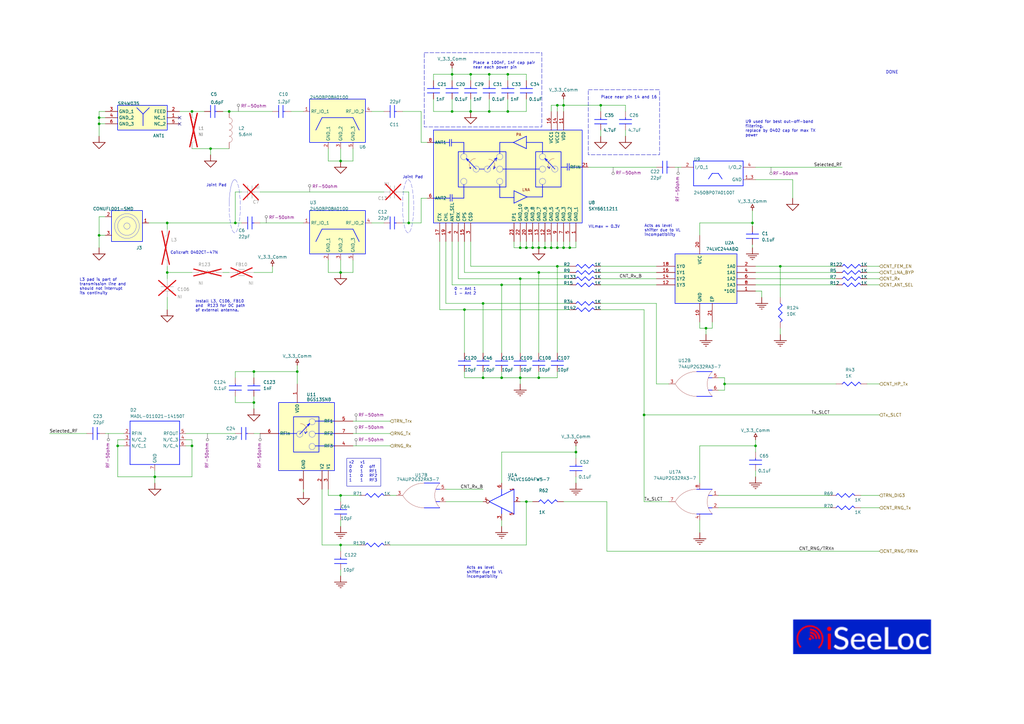
<source format=kicad_sch>
(kicad_sch (version 20231120) (generator "eeschema") (generator_version "8.0")
  (paper "A3")
  (junction (at 218.44 101.6))
  (junction (at 220.98 101.6))
  (junction (at 40.64 96.52))
  (junction (at 220.98 111.76))
  (junction (at 205.74 116.84))
  (junction (at 40.64 48.26))
  (junction (at 213.36 101.6))
  (junction (at 205.74 154.94))
  (junction (at 320.04 109.22))
  (junction (at 78.74 182.88))
  (junction (at 121.92 152.4))
  (junction (at 139.7 111.76))
  (junction (at 226.06 101.6))
  (junction (at 308.61 91.44))
  (junction (at 104.14 165.1))
  (junction (at 246.38 43.18))
  (junction (at 236.22 185.42))
  (junction (at 208.28 45.72))
  (junction (at 193.04 45.72))
  (junction (at 190.5 127))
  (junction (at 213.36 114.3))
  (junction (at 96.52 91.44))
  (junction (at 215.9 101.6))
  (junction (at 185.42 45.72))
  (junction (at 68.58 111.76))
  (junction (at 198.12 124.46))
  (junction (at 139.7 66.04))
  (junction (at 139.7 203.2))
  (junction (at 193.04 30.48))
  (junction (at 185.42 30.48))
  (junction (at 228.6 43.18))
  (junction (at 215.9 205.74))
  (junction (at 228.6 109.22))
  (junction (at 167.64 91.44))
  (junction (at 93.98 45.72))
  (junction (at 208.28 30.48))
  (junction (at 198.12 154.94))
  (junction (at 289.56 134.62))
  (junction (at 213.36 154.94))
  (junction (at 264.16 170.18))
  (junction (at 78.74 45.72))
  (junction (at 63.5 195.58))
  (junction (at 40.64 50.8))
  (junction (at 309.88 182.88))
  (junction (at 220.98 154.94))
  (junction (at 231.14 43.18))
  (junction (at 233.68 101.6))
  (junction (at 104.14 152.4))
  (junction (at 231.14 101.6))
  (junction (at 68.58 91.44))
  (junction (at 86.36 60.96))
  (junction (at 297.18 157.48))
  (junction (at 48.26 182.88))
  (junction (at 200.66 30.48))
  (junction (at 200.66 45.72))
  (junction (at 223.52 101.6))
  (junction (at 228.6 101.6))
  (junction (at 139.7 223.52))
  (no_connect (at 73.66 50.8))
  (no_connect (at 73.66 48.26))
  (wire (pts (xy 246.38 116.84) (xy 269.24 116.84)))
  (wire (pts (xy 182.88 99.06) (xy 182.88 124.46)))
  (wire (pts (xy 223.52 101.6) (xy 226.06 101.6)))
  (wire (pts (xy 193.04 109.22) (xy 193.04 99.06)))
  (wire (pts (xy 104.14 111.76) (xy 111.76 111.76)))
  (wire (pts (xy 205.74 215.9) (xy 205.74 213.36)))
  (wire (pts (xy 360.68 208.28) (xy 353.06 208.28)))
  (wire (pts (xy 104.14 165.1) (xy 96.52 165.1)))
  (wire (pts (xy 182.88 200.66) (xy 198.12 200.66)))
  (wire (pts (xy 111.76 111.76) (xy 111.76 109.22)))
  (wire (pts (xy 43.18 96.52) (xy 40.64 96.52)))
  (wire (pts (xy 360.68 170.18) (xy 264.16 170.18)))
  (wire (pts (xy 139.7 111.76) (xy 139.7 106.68)))
  (wire (pts (xy 228.6 109.22) (xy 228.6 144.78)))
  (wire (pts (xy 200.66 30.48) (xy 208.28 30.48)))
  (wire (pts (xy 220.98 101.6) (xy 223.52 101.6)))
  (wire (pts (xy 325.12 73.66) (xy 309.88 73.66)))
  (wire (pts (xy 190.5 154.94) (xy 190.5 152.4)))
  (wire (pts (xy 231.14 40.64) (xy 231.14 43.18)))
  (wire (pts (xy 292.1 132.08) (xy 292.1 134.62)))
  (wire (pts (xy 76.2 180.34) (xy 78.74 180.34)))
  (wire (pts (xy 220.98 111.76) (xy 190.5 111.76)))
  (wire (pts (xy 167.64 91.44) (xy 167.64 78.74)))
  (wire (pts (xy 228.6 154.94) (xy 228.6 152.4)))
  (wire (pts (xy 48.26 195.58) (xy 48.26 182.88)))
  (wire (pts (xy 185.42 30.48) (xy 185.42 27.94)))
  (wire (pts (xy 360.68 226.06) (xy 248.92 226.06)))
  (wire (pts (xy 236.22 185.42) (xy 236.22 182.88)))
  (wire (pts (xy 139.7 203.2) (xy 134.62 203.2)))
  (wire (pts (xy 139.7 111.76) (xy 144.78 111.76)))
  (wire (pts (xy 134.62 111.76) (xy 139.7 111.76)))
  (wire (pts (xy 256.54 43.18) (xy 256.54 45.72)))
  (wire (pts (xy 121.92 152.4) (xy 121.92 149.86)))
  (wire (pts (xy 205.74 185.42) (xy 205.74 198.12)))
  (wire (pts (xy 205.74 144.78) (xy 205.74 116.84)))
  (wire (pts (xy 132.08 223.52) (xy 132.08 200.66)))
  (wire (pts (xy 162.56 203.2) (xy 160.02 203.2)))
  (wire (pts (xy 182.88 124.46) (xy 198.12 124.46)))
  (wire (pts (xy 193.04 33.02) (xy 193.04 30.48)))
  (wire (pts (xy 320.04 109.22) (xy 342.9 109.22)))
  (wire (pts (xy 185.42 30.48) (xy 193.04 30.48)))
  (wire (pts (xy 86.36 60.96) (xy 93.98 60.96)))
  (wire (pts (xy 309.88 116.84) (xy 342.9 116.84)))
  (wire (pts (xy 121.92 157.48) (xy 121.92 152.4)))
  (wire (pts (xy 119.38 45.72) (xy 124.46 45.72)))
  (wire (pts (xy 215.9 101.6) (xy 215.9 99.06)))
  (wire (pts (xy 294.64 160.02) (xy 297.18 160.02)))
  (wire (pts (xy 246.38 43.18) (xy 246.38 45.72)))
  (wire (pts (xy 228.6 109.22) (xy 193.04 109.22)))
  (wire (pts (xy 96.52 154.94) (xy 96.52 152.4)))
  (wire (pts (xy 175.26 58.42) (xy 172.72 58.42)))
  (wire (pts (xy 185.42 116.84) (xy 205.74 116.84)))
  (wire (pts (xy 289.56 137.16) (xy 289.56 134.62)))
  (wire (pts (xy 193.04 40.64) (xy 193.04 45.72)))
  (wire (pts (xy 43.18 50.8) (xy 40.64 50.8)))
  (wire (pts (xy 246.38 53.34) (xy 246.38 55.88)))
  (wire (pts (xy 68.58 111.76) (xy 68.58 109.22)))
  (wire (pts (xy 241.3 68.58) (xy 269.24 68.58)))
  (wire (pts (xy 86.36 63.5) (xy 86.36 60.96)))
  (wire (pts (xy 264.16 127) (xy 246.38 127)))
  (wire (pts (xy 185.42 40.64) (xy 185.42 45.72)))
  (wire (pts (xy 208.28 45.72) (xy 215.9 45.72)))
  (wire (pts (xy 320.04 121.92) (xy 320.04 109.22)))
  (wire (pts (xy 78.74 195.58) (xy 63.5 195.58)))
  (wire (pts (xy 233.68 114.3) (xy 213.36 114.3)))
  (wire (pts (xy 210.82 99.06) (xy 210.82 101.6)))
  (wire (pts (xy 96.52 91.44) (xy 96.52 78.74)))
  (wire (pts (xy 60.96 91.44) (xy 68.58 91.44)))
  (wire (pts (xy 215.9 30.48) (xy 215.9 33.02)))
  (wire (pts (xy 236.22 198.12) (xy 236.22 195.58)))
  (wire (pts (xy 218.44 101.6) (xy 218.44 99.06)))
  (wire (pts (xy 48.26 180.34) (xy 50.8 180.34)))
  (wire (pts (xy 167.64 78.74) (xy 165.1 78.74)))
  (wire (pts (xy 287.02 182.88) (xy 309.88 182.88)))
  (wire (pts (xy 78.74 180.34) (xy 78.74 182.88)))
  (wire (pts (xy 205.74 154.94) (xy 213.36 154.94)))
  (wire (pts (xy 220.98 101.6) (xy 220.98 99.06)))
  (wire (pts (xy 287.02 198.12) (xy 287.02 182.88)))
  (wire (pts (xy 200.66 45.72) (xy 208.28 45.72)))
  (wire (pts (xy 124.46 200.66) (xy 124.46 201.93)))
  (wire (pts (xy 213.36 157.48) (xy 213.36 154.94)))
  (wire (pts (xy 172.72 58.42) (xy 172.72 45.72)))
  (wire (pts (xy 213.36 101.6) (xy 213.36 99.06)))
  (wire (pts (xy 248.92 205.74) (xy 231.14 205.74)))
  (wire (pts (xy 274.32 157.48) (xy 269.24 157.48)))
  (wire (pts (xy 287.02 134.62) (xy 287.02 132.08)))
  (wire (pts (xy 147.32 203.2) (xy 139.7 203.2)))
  (wire (pts (xy 40.64 45.72) (xy 43.18 45.72)))
  (wire (pts (xy 43.18 88.9) (xy 40.64 88.9)))
  (wire (pts (xy 190.5 127) (xy 233.68 127)))
  (wire (pts (xy 172.72 91.44) (xy 172.72 81.28)))
  (wire (pts (xy 274.32 205.74) (xy 264.16 205.74)))
  (wire (pts (xy 104.14 152.4) (xy 121.92 152.4)))
  (wire (pts (xy 96.52 177.8) (xy 76.2 177.8)))
  (wire (pts (xy 360.68 116.84) (xy 355.6 116.84)))
  (wire (pts (xy 124.46 91.44) (xy 106.68 91.44)))
  (wire (pts (xy 213.36 152.4) (xy 213.36 154.94)))
  (wire (pts (xy 68.58 114.3) (xy 68.58 111.76)))
  (wire (pts (xy 40.64 48.26) (xy 40.64 45.72)))
  (wire (pts (xy 139.7 66.04) (xy 139.7 60.96)))
  (wire (pts (xy 63.5 195.58) (xy 48.26 195.58)))
  (wire (pts (xy 231.14 45.72) (xy 231.14 43.18)))
  (wire (pts (xy 256.54 53.34) (xy 256.54 55.88)))
  (wire (pts (xy 167.64 91.44) (xy 172.72 91.44)))
  (wire (pts (xy 360.68 157.48) (xy 355.6 157.48)))
  (wire (pts (xy 160.02 182.88) (xy 144.78 182.88)))
  (wire (pts (xy 226.06 43.18) (xy 228.6 43.18)))
  (wire (pts (xy 248.92 226.06) (xy 248.92 205.74)))
  (wire (pts (xy 157.48 45.72) (xy 152.4 45.72)))
  (wire (pts (xy 360.68 111.76) (xy 355.6 111.76)))
  (wire (pts (xy 292.1 134.62) (xy 289.56 134.62)))
  (wire (pts (xy 78.74 60.96) (xy 86.36 60.96)))
  (wire (pts (xy 220.98 144.78) (xy 220.98 111.76)))
  (wire (pts (xy 264.16 205.74) (xy 264.16 170.18)))
  (wire (pts (xy 172.72 45.72) (xy 165.1 45.72)))
  (wire (pts (xy 208.28 40.64) (xy 208.28 45.72)))
  (wire (pts (xy 139.7 66.04) (xy 144.78 66.04)))
  (wire (pts (xy 226.06 101.6) (xy 226.06 99.06)))
  (wire (pts (xy 134.62 66.04) (xy 139.7 66.04)))
  (wire (pts (xy 287.02 96.52) (xy 287.02 91.44)))
  (wire (pts (xy 160.02 172.72) (xy 144.78 172.72)))
  (wire (pts (xy 360.68 109.22) (xy 355.6 109.22)))
  (wire (pts (xy 73.66 45.72) (xy 78.74 45.72)))
  (wire (pts (xy 215.9 205.74) (xy 218.44 205.74)))
  (wire (pts (xy 139.7 215.9) (xy 139.7 213.36)))
  (wire (pts (xy 213.36 144.78) (xy 213.36 114.3)))
  (wire (pts (xy 96.52 78.74) (xy 99.06 78.74)))
  (wire (pts (xy 312.42 121.92) (xy 312.42 119.38)))
  (wire (pts (xy 233.68 109.22) (xy 228.6 109.22)))
  (wire (pts (xy 269.24 124.46) (xy 246.38 124.46)))
  (wire (pts (xy 228.6 101.6) (xy 228.6 99.06)))
  (wire (pts (xy 172.72 81.28) (xy 175.26 81.28)))
  (wire (pts (xy 200.66 33.02) (xy 200.66 30.48)))
  (wire (pts (xy 177.8 45.72) (xy 185.42 45.72)))
  (wire (pts (xy 139.7 205.74) (xy 139.7 203.2)))
  (wire (pts (xy 325.12 81.28) (xy 325.12 73.66)))
  (wire (pts (xy 236.22 187.96) (xy 236.22 185.42)))
  (wire (pts (xy 68.58 93.98) (xy 68.58 91.44)))
  (wire (pts (xy 177.8 33.02) (xy 177.8 30.48)))
  (wire (pts (xy 246.38 43.18) (xy 256.54 43.18)))
  (wire (pts (xy 226.06 101.6) (xy 228.6 101.6)))
  (wire (pts (xy 104.14 165.1) (xy 104.14 162.56)))
  (wire (pts (xy 139.7 236.22) (xy 139.7 233.68)))
  (wire (pts (xy 308.61 92.71) (xy 308.61 91.44)))
  (wire (pts (xy 297.18 157.48) (xy 342.9 157.48)))
  (wire (pts (xy 68.58 91.44) (xy 96.52 91.44)))
  (wire (pts (xy 200.66 40.64) (xy 200.66 45.72)))
  (wire (pts (xy 297.18 157.48) (xy 297.18 154.94)))
  (wire (pts (xy 226.06 45.72) (xy 226.06 43.18)))
  (wire (pts (xy 264.16 170.18) (xy 264.16 127)))
  (wire (pts (xy 297.18 154.94) (xy 294.64 154.94)))
  (wire (pts (xy 193.04 30.48) (xy 200.66 30.48)))
  (wire (pts (xy 187.96 114.3) (xy 187.96 99.06)))
  (wire (pts (xy 144.78 111.76) (xy 144.78 106.68)))
  (wire (pts (xy 134.62 60.96) (xy 134.62 66.04)))
  (wire (pts (xy 309.88 185.42) (xy 309.88 182.88)))
  (wire (pts (xy 177.8 40.64) (xy 177.8 45.72)))
  (wire (pts (xy 96.52 152.4) (xy 104.14 152.4)))
  (wire (pts (xy 309.88 195.58) (xy 309.88 193.04)))
  (wire (pts (xy 193.04 45.72) (xy 200.66 45.72)))
  (wire (pts (xy 198.12 154.94) (xy 205.74 154.94)))
  (wire (pts (xy 213.36 154.94) (xy 220.98 154.94)))
  (wire (pts (xy 198.12 152.4) (xy 198.12 154.94)))
  (wire (pts (xy 340.36 203.2) (xy 294.64 203.2)))
  (wire (pts (xy 63.5 198.12) (xy 63.5 195.58)))
  (wire (pts (xy 215.9 101.6) (xy 218.44 101.6)))
  (wire (pts (xy 48.26 182.88) (xy 48.26 180.34)))
  (wire (pts (xy 134.62 106.68) (xy 134.62 111.76)))
  (wire (pts (xy 198.12 154.94) (xy 190.5 154.94)))
  (wire (pts (xy 360.68 203.2) (xy 353.06 203.2)))
  (wire (pts (xy 228.6 101.6) (xy 231.14 101.6)))
  (wire (pts (xy 78.74 182.88) (xy 76.2 182.88)))
  (wire (pts (xy 309.88 109.22) (xy 320.04 109.22)))
  (wire (pts (xy 289.56 134.62) (xy 287.02 134.62)))
  (wire (pts (xy 233.68 101.6) (xy 236.22 101.6)))
  (wire (pts (xy 40.64 96.52) (xy 40.64 101.6)))
  (wire (pts (xy 91.44 45.72) (xy 93.98 45.72)))
  (wire (pts (xy 40.64 50.8) (xy 40.64 48.26)))
  (wire (pts (xy 50.8 177.8) (xy 43.18 177.8)))
  (wire (pts (xy 78.74 182.88) (xy 78.74 195.58)))
  (wire (pts (xy 213.36 101.6) (xy 215.9 101.6)))
  (wire (pts (xy 198.12 124.46) (xy 233.68 124.46)))
  (wire (pts (xy 185.42 33.02) (xy 185.42 30.48)))
  (wire (pts (xy 198.12 205.74) (xy 182.88 205.74)))
  (wire (pts (xy 287.02 91.44) (xy 308.61 91.44)))
  (wire (pts (xy 210.82 101.6) (xy 213.36 101.6)))
  (wire (pts (xy 144.78 66.04) (xy 144.78 60.96)))
  (wire (pts (xy 160.02 223.52) (xy 215.9 223.52)))
  (wire (pts (xy 190.5 144.78) (xy 190.5 127)))
  (wire (pts (xy 157.48 91.44) (xy 152.4 91.44)))
  (wire (pts (xy 106.68 177.8) (xy 104.14 177.8)))
  (wire (pts (xy 236.22 101.6) (xy 236.22 99.06)))
  (wire (pts (xy 99.06 91.44) (xy 96.52 91.44)))
  (wire (pts (xy 157.48 78.74) (xy 106.68 78.74)))
  (wire (pts (xy 91.44 111.76) (xy 93.98 111.76)))
  (wire (pts (xy 165.1 91.44) (xy 167.64 91.44)))
  (wire (pts (xy 78.74 45.72) (xy 83.82 45.72)))
  (wire (pts (xy 147.32 223.52) (xy 139.7 223.52)))
  (wire (pts (xy 208.28 30.48) (xy 215.9 30.48)))
  (wire (pts (xy 246.38 114.3) (xy 269.24 114.3)))
  (wire (pts (xy 309.88 111.76) (xy 342.9 111.76)))
  (wire (pts (xy 309.88 182.88) (xy 309.88 180.34)))
  (wire (pts (xy 190.5 111.76) (xy 190.5 99.06)))
  (wire (pts (xy 269.24 111.76) (xy 246.38 111.76)))
  (wire (pts (xy 215.9 45.72) (xy 215.9 40.64)))
  (wire (pts (xy 309.88 68.58) (xy 345.44 68.58)))
  (wire (pts (xy 297.18 160.02) (xy 297.18 157.48)))
  (wire (pts (xy 269.24 157.48) (xy 269.24 124.46)))
  (wire (pts (xy 294.64 208.28) (xy 340.36 208.28)))
  (wire (pts (xy 308.61 91.44) (xy 308.61 86.36)))
  (wire (pts (xy 213.36 205.74) (xy 215.9 205.74)))
  (wire (pts (xy 215.9 223.52) (xy 215.9 205.74)))
  (wire (pts (xy 308.61 101.6) (xy 308.61 100.33)))
  (wire (pts (xy 231.14 101.6) (xy 231.14 99.06)))
  (wire (pts (xy 177.8 30.48) (xy 185.42 30.48)))
  (wire (pts (xy 223.52 101.6) (xy 223.52 99.06)))
  (wire (pts (xy 139.7 226.06) (xy 139.7 223.52)))
  (wire (pts (xy 228.6 45.72) (xy 228.6 43.18)))
  (wire (pts (xy 134.62 203.2) (xy 134.62 200.66)))
  (wire (pts (xy 144.78 177.8) (xy 160.02 177.8)))
  (wire (pts (xy 228.6 43.18) (xy 231.14 43.18)))
  (wire (pts (xy 236.22 185.42) (xy 205.74 185.42)))
  (wire (pts (xy 279.4 68.58) (xy 276.86 68.58)))
  (wire (pts (xy 93.98 45.72) (xy 111.76 45.72)))
  (wire (pts (xy 205.74 154.94) (xy 205.74 152.4)))
  (wire (pts (xy 320.04 137.16) (xy 320.04 134.62)))
  (wire (pts (xy 104.14 167.64) (xy 104.14 165.1)))
  (wire (pts (xy 104.14 154.94) (xy 104.14 152.4)))
  (wire (pts (xy 233.68 101.6) (xy 233.68 99.06)))
  (wire (pts (xy 185.42 45.72) (xy 193.04 45.72)))
  (wire (pts (xy 220.98 154.94) (xy 228.6 154.94)))
  (wire (pts (xy 40.64 88.9) (xy 40.64 96.52)))
  (wire (pts (xy 68.58 111.76) (xy 78.74 111.76)))
  (wire (pts (xy 233.68 111.76) (xy 220.98 111.76)))
  (wire (pts (xy 40.64 55.88) (xy 40.64 50.8)))
  (wire (pts (xy 205.74 116.84) (xy 233.68 116.84)))
  (wire (pts (xy 231.14 101.6) (xy 233.68 101.6)))
  (wire (pts (xy 213.36 114.3) (xy 187.96 114.3)))
  (wire (pts (xy 208.28 33.02) (xy 208.28 30.48)))
  (wire (pts (xy 68.58 121.92) (xy 68.58 127)))
  (wire (pts (xy 185.42 99.06) (xy 185.42 116.84)))
  (wire (pts (xy 180.34 99.06) (xy 180.34 127)))
  (wire (pts (xy 220.98 154.94) (xy 220.98 152.4)))
  (wire (pts (xy 180.34 127) (xy 190.5 127)))
  (wire (pts (xy 96.52 165.1) (xy 96.52 162.56)))
  (wire (pts (xy 360.68 114.3) (xy 355.6 114.3)))
  (wire (pts (xy 198.12 144.78) (xy 198.12 124.46)))
  (wire (pts (xy 50.8 182.88) (xy 48.26 182.88)))
  (wire (pts (xy 231.14 43.18) (xy 246.38 43.18)))
  (wire (pts (xy 35.56 177.8) (xy 20.32 177.8)))
  (wire (pts (xy 139.7 223.52) (xy 132.08 223.52)))
  (wire (pts (xy 309.88 114.3) (xy 342.9 114.3)))
  (wire (pts (xy 312.42 119.38) (xy 309.88 119.38)))
  (wire (pts (xy 287.02 218.44) (xy 287.02 213.36)))
  (wire (pts (xy 63.5 193.04) (xy 63.5 195.58)))
  (wire (pts (xy 218.44 101.6) (xy 220.98 101.6)))
  (wire (pts (xy 43.18 48.26) (xy 40.64 48.26)))
  (wire (pts (xy 246.38 109.22) (xy 269.24 109.22)))
  (rectangle (start 241.3 36.83) (end 270.51 63.5) (stroke (width 0) (type dash)))
  (bezier (pts (xy 167.386 95.504) (xy 166.1234 95.504) (xy 165.1 90.614) (xy 165.1 84.582)) (stroke (width 0.0254)))
  (bezier (pts (xy 93.98 84.582) (xy 93.98 78.5499) (xy 95.0034 73.66) (xy 96.266 73.66)) (stroke (width 0.0254)))
  (bezier (pts (xy 96.266 73.66) (xy 97.5285 73.66) (xy 98.552 78.5499) (xy 98.552 84.582)) (stroke (width 0.0254)))
  (bezier (pts (xy 167.386 73.66) (xy 168.6485 73.66) (xy 169.672 78.5499) (xy 169.672 84.582)) (stroke (width 0.0254)))
  (bezier (pts (xy 96.266 95.504) (xy 95.0034 95.504) (xy 93.98 90.614) (xy 93.98 84.582)) (stroke (width 0.0254)))
  (rectangle (start 142.24 187.96) (end 156.21 199.39))
  (bezier (pts (xy 165.1 84.582) (xy 165.1 78.5499) (xy 166.1234 73.66) (xy 167.386 73.66)) (stroke (width 0.0254)))
  (rectangle (start 173.99 21.59) (end 222.25 52.07) (stroke (width 0) (type dash)))
  (bezier (pts (xy 98.552 84.582) (xy 98.552 90.614) (xy 97.5285 95.504) (xy 96.266 95.504)) (stroke (width 0.0254)))
  (bezier (pts (xy 169.672 84.582) (xy 169.672 90.614) (xy 168.6485 95.504) (xy 167.386 95.504)) (stroke (width 0.0254)))
  (image (at 353.568 261.039) (scale 3.81987))
  (text_box "Acts as level\nshifter due to VL\nincompatibility" (at 212.598 231.14 0) (size -22.098 6.858) (stroke (width -0.0001) (color 0 0 0 1)) (effects (font (size 1.143 1.143)) (justify left top)))
  (text_box "v2   v1\n0    0   off\n0    1   RF1\n1    0   RF2\n1    1   RF3" (at 142.24 187.96 0) (size 15.748 11.43) (stroke (width -0.0001) (color 0 0 0 1)) (effects (font (size 1.143 1.143)) (justify left top)))
  (text_box "Install L3, C106, FB10 \nand  R123 for DC path \nof external antenna." (at 108.966 121.92 0) (size -29.718 6.858) (stroke (width -0.0001) (color 0 0 0 1)) (effects (font (size 1.143 1.143)) (justify left top)))
  (text_box "0 - Ant 1\n1 - Ant 2" (at 197.358 116.84 0) (size -11.938 4.572) (stroke (width -0.0001) (color 0 0 0 1)) (effects (font (size 1.143 1.143)) (justify left top)))
  (text_box "L3 pad is part of \ntransmission line and \nshould not interrupt\nits continuity" (at 31.75 113.03 0) (size 28.448 9.144) (stroke (width -0.0001) (color 0 0 0 1)) (effects (font (size 1.143 1.143)) (justify left top)))
  (text_box "Acts as level\nshifter due to VL\nincompatibility" (at 285.496 90.932 0) (size -22.098 6.858) (stroke (width -0.0001) (color 0 0 0 1)) (effects (font (size 1.143 1.143)) (justify left top)))
  (text_box "Place a 100nF, 1nF cap pair\nnear each power pin" (at 193.04 24.13 0) (size 34.798 4.572) (stroke (width -0.0001) (color 0 0 0 1)) (effects (font (size 1.143 1.143)) (justify left top)))
  (text_box "U9 used for best out-off-band\nfiltering.\nreplace by 0402 cap for max TX\npower" (at 343.408 48.26 0) (size -38.608 9.144) (stroke (width -0.0001) (color 0 0 0 1)) (effects (font (size 1.143 1.143)) (justify left top)))
  (text "Place near pin 14 and 16" (at 246.38 40.64 0) (effects (font (size 1.143 1.143)) (justify left bottom)))
  (text "Coilcraft 0402CT-47N" (at 69.85 104.394 0) (effects (font (size 1.143 1.143)) (justify left bottom)))
  (text "Joint Pad" (at 84.582 76.708 0) (effects (font (size 1.143 1.143)) (justify left bottom)))
  (text "DONE" (at 363.22 30.48 0) (effects (font (size 1.27 1.27)) (justify left bottom)))
  (text "VILmax = 0.3V" (at 241.3 93.726 0) (effects (font (size 1.143 1.143)) (justify left bottom)))
  (text "Joint Pad" (at 165.1 73.406 0) (effects (font (size 1.143 1.143)) (justify left bottom)))
  (label "CNT_Rx_B" (at 198.12 200.66 180))
  (label "Selected_RF" (at 345.44 68.58 180))
  (label "CNT_RNG/TRXn" (at 327.66 226.06 0))
  (label "Tx_SLCT" (at 264.16 205.74 0))
  (label "CNT_Rx_B" (at 254 114.3 0))
  (label "Selected_RF" (at 20.32 177.8 0))
  (label "Tx_SLCT" (at 332.74 170.18 0))
  (hierarchical_label "RNG_Tx" (shape input) (at 160.02 177.8 0))
  (hierarchical_label "CNT_RNG_Tx" (shape input) (at 360.68 208.28 0))
  (hierarchical_label "CNT_ANT_SEL" (shape input) (at 360.68 116.84 0))
  (hierarchical_label "Tx_SLCT" (shape input) (at 360.68 170.18 0))
  (hierarchical_label "TRN_Trx" (shape input) (at 160.02 172.72 0))
  (hierarchical_label "RNG_Rx" (shape input) (at 160.02 182.88 0))
  (hierarchical_label "CNT_RNG/TRXn" (shape input) (at 360.68 226.06 0))
  (hierarchical_label "CNT_LNA_BYP" (shape input) (at 360.68 111.76 0))
  (hierarchical_label "CNT_Rx" (shape input) (at 360.68 114.3 0))
  (hierarchical_label "TRN_DIG3" (shape input) (at 360.68 203.2 0))
  (hierarchical_label "CNT_HP_Tx" (shape input) (at 360.68 157.48 0))
  (hierarchical_label "CNT_FEM_EN" (shape input) (at 360.68 109.22 0))
  (netclass_flag "" (length 2.54) (shape round) (at 127 78.74 0) (property "Netclass" "RF-50ohm" (at 128.016 76.454 0) (effects (justify left))))
  (netclass_flag "" (length 2.54) (shape round) (at 146.05 182.88 0) (property "Netclass" "RF-50ohm" (at 157.48 180.34 0) (effects (justify right))))
  (netclass_flag "" (length 2.54) (shape round) (at 109.22 91.44 0) (property "Netclass" "RF-50ohm" (at 110.236 89.154 0) (effects (justify left))))
  (netclass_flag "" (length 2.54) (shape round) (at 85.09 177.8 180) (property "Netclass" "RF-50ohm" (at 84.836 192.024 90) (effects (justify left))))
  (netclass_flag "" (length 2.54) (shape round) (at 316.23 68.58 180) (property "Netclass" "RF-50ohm" (at 316.9285 71.12 0) (effects (justify left))))
  (netclass_flag "" (length 2.54) (shape round) (at 146.05 172.72 0) (property "Netclass" "RF-50ohm" (at 157.48 170.18 0) (effects (justify right))))
  (netclass_flag "" (length 2.54) (shape round) (at 146.05 177.8 0) (property "Netclass" "RF-50ohm" (at 157.48 175.26 0) (effects (justify right))))
  (netclass_flag "" (length 2.54) (shape round) (at 44.45 177.8 180) (property "Netclass" "RF-50ohm" (at 44.196 192.024 90) (effects (justify left))))
  (netclass_flag "" (length 2.54) (shape round) (at 106.68 177.8 180) (property "Netclass" "RF-50ohm" (at 106.426 192.024 90) (effects (justify left))))
  (netclass_flag "" (length 2.54) (shape round) (at 251.46 68.58 180) (property "Netclass" "RF-50ohm" (at 252.476 70.866 0) (effects (justify left))))
  (netclass_flag "" (length 2.54) (shape round) (at 278.13 68.58 180) (property "Netclass" "RF-50ohm" (at 277.876 82.804 90) (effects (justify left))))
  (netclass_flag "" (length 2.54) (shape round) (at 97.79 45.72 0) (property "Netclass" "RF-50ohm" (at 98.806 43.434 0) (effects (justify left))))
  (symbol (lib_id "TruelocationR3_all_project_symbols:root_0_SR4W035_2") (at 48.26 43.18 0) (unit 1)
    (property "Reference" "ANT1" (at 62.738 56.388 0) (effects (justify left bottom)))
    (property "Value" "SR4W035" (at 48.26 43.18 0) (effects (justify left bottom)))
    (property "Footprint" "Library:IC_ANT_W6.1L4.1H0.5_6PIN" (effects (hide yes)))
    (property "Datasheet" "https://www.antenova.com/wp-content/uploads/2019/05/Serica-SR4W035-PS-1.1.pdf" (effects (hide yes)))
    (property "Description" "RF ANT 2.4GHZ CHIP SOLDER SMD" (effects (hide yes)))
    (property "MANUFACTURER P/N" "SR4W035" (effects (hide yes)))
    (property "MANUFACTURER" "ANTENOVA" (effects (hide yes)))
  )
  (symbol (lib_id "TruelocationR3_all_project_symbols:root_2_CAP - 22pF/NPO_0402") (at 259.08 50.8 0) (unit 1)
    (property "Reference" "C26" (at 258.064 48.006 0) (effects (justify left bottom)))
    (property "Value" "4.7uF" (at 257.556 54.102 0) (effects (justify left bottom)))
    (property "Footprint" "Library:CAP_CHIP_0603_W40L70H22_RFL" (effects (hide yes)))
    (property "Datasheet" "https://search.murata.co.jp/Ceramy/image/img/A01X/G101/ENG/GRM188R61C475KE11-01.pdf" (effects (hide yes)))
    (property "Description" "CAP CER 4.7UF 16V X5R 0603" (effects (hide yes)))
    (property "MANUFACTURER" "MURATA ELECTRONICS" (effects (hide yes)))
    (property "MANUFACTURER P/N" "GRM188R61C475KE11D" (effects (hide yes)))
  )
  (symbol (lib_id "TruelocationR3_all_project_symbols:root_1_R") (at 345.44 160.02 0) (unit 1)
    (property "Reference" "R43" (at 346.71 152.4 0) (effects (justify left bottom)))
    (property "Value" "1K" (at 346.71 154.94 0) (effects (justify left bottom)))
    (property "Footprint" "Library:CAP_CHIP_0402_W24L44H24_RFL" (effects (hide yes)))
    (property "Datasheet" "https://www.yageo.com/upload/media/product/products/datasheet/rchip/PYu-RC_Group_51_RoHS_L_12.pdf" (effects (hide yes)))
    (property "Description" "RES 1K OHM 1% 1/16W 0402" (effects (hide yes)))
    (property "MANUFACTURER P/N" "RC0402FR-071KL" (effects (hide yes)))
    (property "MANUFACTURER" "YAGEO" (effects (hide yes)))
  )
  (symbol (lib_id "TruelocationR3_all_project_symbols:root_2_CAP - 22pF/NPO_0402") (at 311.15 97.79 0) (unit 1)
    (property "Reference" "C1" (at 312.42 96.52 0) (effects (justify left bottom)))
    (property "Value" "0.1uF" (at 312.42 99.06 0) (effects (justify left bottom)))
    (property "Footprint" "Library:CAP_CHIP_0402_W24L44H24_RFL" (effects (hide yes)))
    (property "Datasheet" "https://mm.digikey.com/Volume0/opasdata/d220001/medias/docus/2715/CL05B104KO5NFNC_Spec.pdf" (effects (hide yes)))
    (property "Description" "CAP CER 0.1UF 16V X7R 0402" (effects (hide yes)))
    (property "MANUFACTURER" "SAMSUNG" (effects (hide yes)))
    (property "MANUFACTURER P/N" "CL05B104KO5NFNC" (effects (hide yes)))
  )
  (symbol (lib_id "TruelocationR3_all_project_symbols:root_1_CAP - 22pF/NPO_0402") (at 271.78 71.12 0) (unit 1)
    (property "Reference" "C22" (at 266.7 71.12 0) (effects (justify left bottom)))
    (property "Value" "22pF" (at 266.7 73.66 0) (effects (justify left bottom)))
    (property "Footprint" "Library:CAP_CHIP_0402_W24L44H24_RFL" (effects (hide yes)))
    (property "Datasheet" "https://search.murata.co.jp/Ceramy/image/img/A01X/G101/ENG/GCM1555C1HR50BA16-01A.pdf" (effects (hide yes)))
    (property "Description" "CAP CER 22PF 50V C0G/NP0 0402" (effects (hide yes)))
    (property "MANUFACTURER" "MURATA ELECTRONICS" (effects (hide yes)))
    (property "MANUFACTURER P/N" "GCM1555C1H220JA16D" (effects (hide yes)))
  )
  (symbol (lib_id "TruelocationR3_all_project_symbols:root_2_CAP - 22pF/NPO_0402") (at 195.58 38.1 0) (unit 1)
    (property "Reference" "C29" (at 194.564 35.306 0) (effects (justify left bottom)))
    (property "Value" "1nF" (at 194.056 41.402 0) (effects (justify left bottom)))
    (property "Footprint" "Library:CAP_CHIP_0402_W24L44H24_RFL" (effects (hide yes)))
    (property "Datasheet" "https://search.kemet.com/download/datasheet/C0402C102K5RAC7867" (effects (hide yes)))
    (property "Description" "CAP CER 1000PF 50V X7R 0402" (effects (hide yes)))
    (property "MANUFACTURER" "KEMET" (effects (hide yes)))
    (property "MANUFACTURER P/N" "C0402C102K5RACTU" (effects (hide yes)))
  )
  (symbol (lib_id "TruelocationR3_all_project_symbols:root_2_CAP - 22pF/NPO_0402") (at 238.76 193.04 0) (unit 1)
    (property "Reference" "C52" (at 237.744 190.246 0) (effects (justify left bottom)))
    (property "Value" "0.1uF" (at 237.236 196.342 0) (effects (justify left bottom)))
    (property "Footprint" "Library:CAP_CHIP_0402_W24L44H24_RFL" (effects (hide yes)))
    (property "Datasheet" "https://mm.digikey.com/Volume0/opasdata/d220001/medias/docus/2715/CL05B104KO5NFNC_Spec.pdf" (effects (hide yes)))
    (property "Description" "CAP CER 0.1UF 16V X7R 0402" (effects (hide yes)))
    (property "MANUFACTURER" "SAMSUNG" (effects (hide yes)))
    (property "MANUFACTURER P/N" "CL05B104KO5NFNC" (effects (hide yes)))
  )
  (symbol (lib_id "TruelocationR3_all_project_symbols:GND_POWER_GROUND") (at 139.7 236.22 0) (unit 1)
    (property "Reference" "#PWR122" (effects (hide yes)))
    (property "Value" "GND" (effects (hide yes)))
  )
  (symbol (lib_id "TruelocationR3_all_project_symbols:GND_SIGNAL_SIGNAL_GROUND") (at 139.7 66.04 0) (unit 1)
    (property "Reference" "#PWR119" (effects (hide yes)))
    (property "Value" "GND_SIGNAL" (effects (hide yes)))
  )
  (symbol (lib_id "TruelocationR3_all_project_symbols:root_1_R") (at 149.86 205.74 0) (unit 1)
    (property "Reference" "R71" (at 144.78 203.2 0) (effects (justify left bottom)))
    (property "Value" "1K" (at 157.48 203.2 0) (effects (justify left bottom)))
    (property "Footprint" "Library:CAP_CHIP_0402_W24L44H24_RFL" (effects (hide yes)))
    (property "Datasheet" "https://www.yageo.com/upload/media/product/products/datasheet/rchip/PYu-RC_Group_51_RoHS_L_12.pdf" (effects (hide yes)))
    (property "Description" "RES 1K OHM 1% 1/16W 0402" (effects (hide yes)))
    (property "MANUFACTURER P/N" "RC0402FR-071KL" (effects (hide yes)))
    (property "MANUFACTURER" "YAGEO" (effects (hide yes)))
  )
  (symbol (lib_id "TruelocationR3_all_project_symbols:root_1_R") (at 236.22 127 0) (unit 1)
    (property "Reference" "R34" (at 231.14 124.46 0) (effects (justify left bottom)))
    (property "Value" "1K" (at 243.84 124.46 0) (effects (justify left bottom)))
    (property "Footprint" "Library:CAP_CHIP_0402_W24L44H24_RFL" (effects (hide yes)))
    (property "Datasheet" "https://www.yageo.com/upload/media/product/products/datasheet/rchip/PYu-RC_Group_51_RoHS_L_12.pdf" (effects (hide yes)))
    (property "Description" "RES 1K OHM 1% 1/16W 0402" (effects (hide yes)))
    (property "MANUFACTURER P/N" "RC0402FR-071KL" (effects (hide yes)))
    (property "MANUFACTURER" "YAGEO" (effects (hide yes)))
  )
  (symbol (lib_id "TruelocationR3_all_project_symbols:root_2_CAP - 22pF/NPO_0402") (at 106.68 160.02 0) (unit 1)
    (property "Reference" "C123" (at 107.95 157.48 0) (effects (justify left bottom)))
    (property "Value" "1nF" (at 107.95 160.02 0) (effects (justify left bottom)))
    (property "Footprint" "Library:CAP_CHIP_0402_W24L44H24_RFL" (effects (hide yes)))
    (property "Datasheet" "https://search.kemet.com/download/datasheet/C0402C102K5RAC7867" (effects (hide yes)))
    (property "Description" "CAP CER 1000PF 50V X7R 0402" (effects (hide yes)))
    (property "MANUFACTURER" "KEMET" (effects (hide yes)))
    (property "MANUFACTURER P/N" "C0402C102K5RACTU" (effects (hide yes)))
  )
  (symbol (lib_id "TruelocationR3_all_project_symbols:root_1_R") (at 236.22 116.84 0) (unit 1)
    (property "Reference" "R133" (at 231.14 114.3 0) (effects (justify left bottom)))
    (property "Value" "1K" (at 243.84 114.3 0) (effects (justify left bottom)))
    (property "Footprint" "Library:CAP_CHIP_0402_W24L44H24_RFL" (effects (hide yes)))
    (property "Datasheet" "https://www.yageo.com/upload/media/product/products/datasheet/rchip/PYu-RC_Group_51_RoHS_L_12.pdf" (effects (hide yes)))
    (property "Description" "RES 1K OHM 1% 1/16W 0402" (effects (hide yes)))
    (property "MANUFACTURER P/N" "RC0402FR-071KL" (effects (hide yes)))
    (property "MANUFACTURER" "YAGEO" (effects (hide yes)))
  )
  (symbol (lib_id "TruelocationR3_all_project_symbols:root_0_2450BP07A0100T_0") (at 284.48 66.04 0) (unit 1)
    (property "Reference" "U9" (at 284.48 66.04 0) (effects (justify left bottom)))
    (property "Value" "2450BP07A0100T" (at 284.48 79.756 0) (effects (justify left bottom)))
    (property "Footprint" "Library:COIL  W1.0L0.5H0.38_3PIN" (effects (hide yes)))
    (property "Datasheet" "https://www.johansontechnology.com/datasheets/2450BP07A0100/2450BP07A0100.pdf" (effects (hide yes)))
    (property "Description" "RF FILTER BAND PASS 2.45GHZ 0402" (effects (hide yes)))
    (property "MANUFACTURER P/N" "2450BP07A0100001T" (effects (hide yes)))
    (property "MANUFACTURER" "JOHANSON" (effects (hide yes)))
  )
  (symbol (lib_id "TruelocationR3_all_project_symbols:GND_POWER_GROUND") (at 205.74 215.9 0) (unit 1)
    (property "Reference" "#PWR125" (effects (hide yes)))
    (property "Value" "GND" (effects (hide yes)))
  )
  (symbol (lib_id "TruelocationR3_all_project_symbols:root_1_CAP - 22pF/NPO_0402") (at 160.02 48.26 0) (unit 1)
    (property "Reference" "C11" (at 159.766 51.816 0) (effects (justify left bottom)))
    (property "Value" "22pF" (at 159.766 42.418 0) (effects (justify left bottom)))
    (property "Footprint" "Library:CAP_CHIP_0402_W24L44H24_RFL" (effects (hide yes)))
    (property "Datasheet" "https://search.murata.co.jp/Ceramy/image/img/A01X/G101/ENG/GCM1555C1HR50BA16-01A.pdf" (effects (hide yes)))
    (property "Description" "CAP CER 22PF 50V C0G/NP0 0402" (effects (hide yes)))
    (property "MANUFACTURER" "MURATA ELECTRONICS" (effects (hide yes)))
    (property "MANUFACTURER P/N" "GCM1555C1H220JA16D" (effects (hide yes)))
  )
  (symbol (lib_id "TruelocationR3_all_project_symbols:root_0_mirrored_74AUP2G32") (at 180.34 198.12 0) (unit 2)
    (property "Reference" "U17" (at 170.18 195.58 0) (effects (justify left bottom)))
    (property "Value" "74AUP2G32RA3-7" (at 162.56 197.358 0) (effects (justify left bottom)))
    (property "Footprint" "Library:DIODE_W1.25L1.05H0.35_8PIN" (effects (hide yes)))
    (property "Datasheet" "https://www.diodes.com/assets/Datasheets/74AUP2G32.pdf" (effects (hide yes)))
    (property "Description" "IC GATE OR 2CH 2-INP DFN1210-8" (effects (hide yes)))
    (property "MANUFACTURER P/N" "74AUP2G32RA3-7" (effects (hide yes)))
    (property "MANUFACTURER" "DIODES" (effects (hide yes)))
  )
  (symbol (lib_id "TruelocationR3_all_project_symbols:GND_SIGNAL_SIGNAL_GROUND") (at 68.58 127 0) (unit 1)
    (property "Reference" "#PWR112" (effects (hide yes)))
    (property "Value" "GND_SIGNAL" (effects (hide yes)))
  )
  (symbol (lib_id "TruelocationR3_all_project_symbols:root_2_CAP - 22pF/NPO_0402") (at 312.42 190.5 0) (unit 1)
    (property "Reference" "C65" (at 311.404 187.706 0) (effects (justify left bottom)))
    (property "Value" "0.1uF" (at 310.896 193.802 0) (effects (justify left bottom)))
    (property "Footprint" "Library:CAP_CHIP_0402_W24L44H24_RFL" (effects (hide yes)))
    (property "Datasheet" "https://mm.digikey.com/Volume0/opasdata/d220001/medias/docus/2715/CL05B104KO5NFNC_Spec.pdf" (effects (hide yes)))
    (property "Description" "CAP CER 0.1UF 16V X7R 0402" (effects (hide yes)))
    (property "MANUFACTURER" "SAMSUNG" (effects (hide yes)))
    (property "MANUFACTURER P/N" "CL05B104KO5NFNC" (effects (hide yes)))
  )
  (symbol (lib_id "TruelocationR3_all_project_symbols:root_2_CAP - 22pF/NPO_0402") (at 203.2 38.1 0) (unit 1)
    (property "Reference" "C31" (at 202.184 35.306 0) (effects (justify left bottom)))
    (property "Value" "0.1uF" (at 201.676 41.402 0) (effects (justify left bottom)))
    (property "Footprint" "Library:CAP_CHIP_0402_W24L44H24_RFL" (effects (hide yes)))
    (property "Datasheet" "https://mm.digikey.com/Volume0/opasdata/d220001/medias/docus/2715/CL05B104KO5NFNC_Spec.pdf" (effects (hide yes)))
    (property "Description" "CAP CER 0.1UF 16V X7R 0402" (effects (hide yes)))
    (property "MANUFACTURER" "SAMSUNG" (effects (hide yes)))
    (property "MANUFACTURER P/N" "CL05B104KO5NFNC" (effects (hide yes)))
  )
  (symbol (lib_id "TruelocationR3_all_project_symbols:root_0_74LVC244ABQ") (at 276.86 104.14 0) (unit 1)
    (property "Reference" "U2" (at 297.18 100.33 0) (effects (justify left bottom)))
    (property "Value" "74LVC244ABQ" (at 289.56 102.87 0) (effects (justify left bottom)))
    (property "Footprint" "Library:IC_QFN_W4.6L2.6H1_21PIN" (effects (hide yes)))
    (property "Datasheet" "https://assets.nexperia.com/documents/data-sheet/74LVC_LVCH244A.pdf" (effects (hide yes)))
    (property "Description" "IC BUFF NON-INVERT 3.6V 20DHVQFN" (effects (hide yes)))
    (property "MANUFACTURER P/N" "74LVC244ABQ,115" (effects (hide yes)))
    (property "MANUFACTURER" "NEXPERIA" (effects (hide yes)))
  )
  (symbol (lib_id "TruelocationR3_all_project_symbols:root_0_UFL_R") (at 45.72 86.36 0) (unit 1)
    (property "Reference" "J3" (at 55.88 102.362 0) (effects (justify left bottom)))
    (property "Value" "CONUFL001-SMD" (at 38.1 86.36 0) (effects (justify left bottom)))
    (property "Footprint" "Library:CON UFL 3PIN" (effects (hide yes)))
    (property "Datasheet" "https://www.te.com/commerce/DocumentDelivery/DDEController?Action=srchrtrv&DocNm=CONUFL001-SMD-T&DocType=Data+Sheet&DocLang=English&DocFormat=pdf&PartCntxt=CONUFL001-SMD-T" (effects (hide yes)))
    (property "Description" "CONN UMC JACK STR SMD" (effects (hide yes)))
    (property "MANUFACTURER P/N" "CONUFL001-SMD-T" (effects (hide yes)))
    (property "MANUFACTURER" "TE CONNECTIVITY" (effects (hide yes)))
  )
  (symbol (lib_id "TruelocationR3_all_project_symbols:BGS13SN8") (at 114.3 165.1 0) (unit 1)
    (property "Reference" "U11" (at 125.73 162.56 0) (effects (justify left bottom)))
    (property "Value" "BGS13SN8" (at 125.73 164.592 0) (effects (justify left bottom)))
    (property "Footprint" "Library:IC_BGA_0.4_W1.1L1.1H0.4_8PIN" (effects (hide yes)))
    (property "Datasheet" "https://www.infineon.com/dgdl/Infineon-BGS13S4N9-DS-v01_00-EN.pdf?fileId=5546d46262475fbe016248809d333d02" (effects (hide yes)))
    (property "Description" "IC RF SWITCH SP3T 6GHZ TSNP8-1" (effects (hide yes)))
    (property "MANUFACTURER P/N" "BGS13SN8E6327XTSA1" (effects (hide yes)))
    (property "MANUFACTURER" "INFINEON" (effects (hide yes)))
  )
  (symbol (lib_id "TruelocationR3_all_project_symbols:root_0_INDUCTOR_Dup1") (at 78.74 48.26 0) (unit 1) (dnp yes)
    (property "Reference" "L1" (at 81.28 53.34 0) (effects (justify left bottom)))
    (property "Value" "NI" (at 81.28 55.88 0) (effects (justify left bottom)))
    (property "Footprint" "Library:CAP_CHIP_0402" (effects (hide yes)))
    (property "MANUFACTURER P/N" "DoNotPurchase" (effects (hide yes)))
  )
  (symbol (lib_id "TruelocationR3_all_project_symbols:root_1_CAP - 22pF/NPO_0402") (at 86.36 48.26 0) (unit 1)
    (property "Reference" "C5" (at 86.36 39.37 0) (effects (justify left bottom)))
    (property "Value" "0.6pF" (at 86.36 42.672 0) (effects (justify left bottom)))
    (property "Footprint" "Library:CAP_CHIP_0402_W24L44H24_RFL" (effects (hide yes)))
    (property "Datasheet" "https://www.johansondielectrics.com/search/pdf/?s=%22QSCF500Q0R6A1GV001T%22" (effects (hide yes)))
    (property "Description" "CAP CER 0.6PF 50V C0G/NP0 0402" (effects (hide yes)))
    (property "MANUFACTURER" "JOHANSON TECHNOLOGY" (effects (hide yes)))
    (property "MANUFACTURER P/N" "QSCF500Q0R6A1GV001T" (effects (hide yes)))
  )
  (symbol (lib_id "TruelocationR3_all_project_symbols:GND_POWER_GROUND") (at 309.88 195.58 0) (unit 1)
    (property "Reference" "#PWR136" (effects (hide yes)))
    (property "Value" "GND" (effects (hide yes)))
  )
  (symbol (lib_id "TruelocationR3_all_project_symbols:V_3.3_Comm_ARROW") (at 185.42 27.94 180) (unit 1)
    (property "Reference" "#PWR123" (effects (hide yes)))
    (property "Value" "V_3.3_Comm" (at 185.42 24.13 0))
  )
  (symbol (lib_id "TruelocationR3_all_project_symbols:root_0_mirrored_74LVC1G06FW5-7") (at 210.82 200.66 0) (unit 1)
    (property "Reference" "U14" (at 208.28 195.58 0) (effects (justify left bottom)))
    (property "Value" "74LVC1G04FW5-7" (at 208.026 197.358 0) (effects (justify left bottom)))
    (property "Footprint" "Library:DIODE_W1.050L1.050H0.50_6PIN" (effects (hide yes)))
    (property "Datasheet" "https://www.diodes.com/assets/Datasheets/74LVC1G04.pdf" (effects (hide yes)))
    (property "Description" "IC INVERTER 1CH 1-INP DFN1010-6" (effects (hide yes)))
    (property "MANUFACTURER P/N" "74LVC1G04FW5-7" (effects (hide yes)))
    (property "MANUFACTURER" "DIODES" (effects (hide yes)))
  )
  (symbol (lib_id "TruelocationR3_all_project_symbols:root_2_CAP - 22pF/NPO_0402") (at 200.66 149.86 0) (unit 1)
    (property "Reference" "C46" (at 198.12 147.574 0) (effects (justify left bottom)))
    (property "Value" "10pF" (at 198.12 152.4 0) (effects (justify left bottom)))
    (property "Footprint" "Library:CAP_CHIP_0402_W24L44H24_RFL" (effects (hide yes)))
    (property "Datasheet" "https://search.kemet.com/download/datasheet/C0402C100J3GAC7867" (effects (hide yes)))
    (property "Description" "CAP CER 10PF 25V C0G/NP0 0402" (effects (hide yes)))
    (property "MANUFACTURER" "KEMET" (effects (hide yes)))
    (property "MANUFACTURER P/N" "C0402C100J3GACTU" (effects (hide yes)))
  )
  (symbol (lib_id "TruelocationR3_all_project_symbols:root_0_MADL-011021-14150T_1") (at 53.34 172.72 0) (unit 1)
    (property "Reference" "D2" (at 53.34 168.91 0) (effects (justify left bottom)))
    (property "Value" "MADL-011021-14150T" (at 53.34 171.45 0) (effects (justify left bottom)))
    (property "Footprint" "Library:IC_TDFN_0.4_W1.5L1.2H0.8_6PIN" (effects (hide yes)))
    (property "Datasheet" "https://cdn.macom.com/datasheets/MADL-011021-14150T.pdf" (effects (hide yes)))
    (property "Description" "RF DIODE PIN 6TDFN" (effects (hide yes)))
    (property "MANUFACTURER P/N" "MADL-011021-14150T " (effects (hide yes)))
    (property "MANUFACTURER" "MACOM" (effects (hide yes)))
  )
  (symbol (lib_id "TruelocationR3_all_project_symbols:root_0_INDUCTOR_Dup1") (at 93.98 48.26 0) (unit 1)
    (property "Reference" "L2" (at 97.79 53.34 0) (effects (justify left bottom)))
    (property "Value" "5.6nH" (at 97.79 55.88 0) (effects (justify left bottom)))
    (property "Footprint" "Library:CAP_CHIP_0402" (effects (hide yes)))
    (property "Datasheet" "https://search.murata.co.jp/Ceramy/image/img/P02/JELF243B-0009.pdf" (effects (hide yes)))
    (property "Description" "FIXED IND 5.6NH 600MA 0.18OHM SM" (effects (hide yes)))
    (property "MANUFACTURER P/N" "LQG15HN5N6S02D" (effects (hide yes)))
    (property "MANUFACTURER" "MURATA ELECTRONICS" (effects (hide yes)))
  )
  (symbol (lib_id "TruelocationR3_all_project_symbols:GND_SIGNAL_SIGNAL_GROUND") (at 86.36 63.5 0) (unit 1)
    (property "Reference" "#PWR114" (effects (hide yes)))
    (property "Value" "GND_SIGNAL" (effects (hide yes)))
  )
  (symbol (lib_id "TruelocationR3_all_project_symbols:root_2_CAP - 22pF/NPO_0402") (at 180.34 38.1 0) (unit 1)
    (property "Reference" "C21" (at 179.324 35.306 0) (effects (justify left bottom)))
    (property "Value" "1nF" (at 178.816 41.402 0) (effects (justify left bottom)))
    (property "Footprint" "Library:CAP_CHIP_0402_W24L44H24_RFL" (effects (hide yes)))
    (property "Datasheet" "https://search.kemet.com/download/datasheet/C0402C102K5RAC7867" (effects (hide yes)))
    (property "Description" "CAP CER 1000PF 50V X7R 0402" (effects (hide yes)))
    (property "MANUFACTURER" "KEMET" (effects (hide yes)))
    (property "MANUFACTURER P/N" "C0402C102K5RACTU" (effects (hide yes)))
  )
  (symbol (lib_id "TruelocationR3_all_project_symbols:root_1_R") (at 236.22 111.76 0) (unit 1)
    (property "Reference" "R2" (at 231.14 109.22 0) (effects (justify left bottom)))
    (property "Value" "1K" (at 243.84 109.22 0) (effects (justify left bottom)))
    (property "Footprint" "Library:CAP_CHIP_0402_W24L44H24_RFL" (effects (hide yes)))
    (property "Datasheet" "https://www.yageo.com/upload/media/product/products/datasheet/rchip/PYu-RC_Group_51_RoHS_L_12.pdf" (effects (hide yes)))
    (property "Description" "RES 1K OHM 1% 1/16W 0402" (effects (hide yes)))
    (property "MANUFACTURER P/N" "RC0402FR-071KL" (effects (hide yes)))
    (property "MANUFACTURER" "YAGEO" (effects (hide yes)))
  )
  (symbol (lib_id "TruelocationR3_all_project_symbols:root_1_CAP - 22pF/NPO_0402") (at 114.3 48.26 0) (unit 1)
    (property "Reference" "C10" (at 114.3 39.37 0) (effects (justify left bottom)))
    (property "Value" "1.2pF" (at 113.792 42.418 0) (effects (justify left bottom)))
    (property "Footprint" "Library:CAP_CHIP_0402_W24L44H24_RFL" (effects (hide yes)))
    (property "Datasheet" "https://search.murata.co.jp/Ceramy/image/img/A01X/G101/ENG/GJM1555C1H1R2WB01-01.pdf" (effects (hide yes)))
    (property "Description" "CAP CER 1.2PF 50V C0G/NP0 0402" (effects (hide yes)))
    (property "MANUFACTURER" "MURATA ELECTRONICS" (effects (hide yes)))
    (property "MANUFACTURER P/N" "GJM1555C1H1R2WB01D" (effects (hide yes)))
  )
  (symbol (lib_id "TruelocationR3_all_project_symbols:root_1_R") (at 345.44 111.76 0) (unit 1)
    (property "Reference" "R122" (at 340.36 109.22 0) (effects (justify left bottom)))
    (property "Value" "1K" (at 353.06 109.22 0) (effects (justify left bottom)))
    (property "Footprint" "Library:CAP_CHIP_0402_W24L44H24_RFL" (effects (hide yes)))
    (property "Datasheet" "https://www.yageo.com/upload/media/product/products/datasheet/rchip/PYu-RC_Group_51_RoHS_L_12.pdf" (effects (hide yes)))
    (property "Description" "RES 1K OHM 1% 1/16W 0402" (effects (hide yes)))
    (property "MANUFACTURER P/N" "RC0402FR-071KL" (effects (hide yes)))
    (property "MANUFACTURER" "YAGEO" (effects (hide yes)))
  )
  (symbol (lib_id "TruelocationR3_all_project_symbols:GND_SIGNAL_SIGNAL_GROUND") (at 40.64 101.6 0) (unit 1)
    (property "Reference" "#PWR111" (effects (hide yes)))
    (property "Value" "GND_SIGNAL" (effects (hide yes)))
  )
  (symbol (lib_id "TruelocationR3_all_project_symbols:GND_SIGNAL_SIGNAL_GROUND") (at 246.38 55.88 0) (unit 1)
    (property "Reference" "#PWR131" (effects (hide yes)))
    (property "Value" "GND_SIGNAL" (effects (hide yes)))
  )
  (symbol (lib_id "TruelocationR3_all_project_symbols:root_2_CAP - 22pF/NPO_0402") (at 142.24 210.82 0) (unit 1)
    (property "Reference" "C64" (at 139.7 208.534 0) (effects (justify left bottom)))
    (property "Value" "10pF" (at 139.7 213.36 0) (effects (justify left bottom)))
    (property "Footprint" "Library:CAP_CHIP_0402_W24L44H24_RFL" (effects (hide yes)))
    (property "Datasheet" "https://search.kemet.com/download/datasheet/C0402C100J3GAC7867" (effects (hide yes)))
    (property "Description" "CAP CER 10PF 25V C0G/NP0 0402" (effects (hide yes)))
    (property "MANUFACTURER" "KEMET" (effects (hide yes)))
    (property "MANUFACTURER P/N" "C0402C100J3GACTU" (effects (hide yes)))
  )
  (symbol (lib_id "TruelocationR3_all_project_symbols:root_2_CAP - 22pF/NPO_0402") (at 142.24 231.14 0) (unit 1)
    (property "Reference" "C122" (at 141.224 228.346 0) (effects (justify left bottom)))
    (property "Value" "10pF" (at 140.716 234.442 0) (effects (justify left bottom)))
    (property "Footprint" "Library:CAP_CHIP_0402_W24L44H24_RFL" (effects (hide yes)))
    (property "Datasheet" "https://search.kemet.com/download/datasheet/C0402C100J3GAC7867" (effects (hide yes)))
    (property "Description" "CAP CER 10PF 25V C0G/NP0 0402" (effects (hide yes)))
    (property "MANUFACTURER" "KEMET" (effects (hide yes)))
    (property "MANUFACTURER P/N" "C0402C100J3GACTU" (effects (hide yes)))
  )
  (symbol (lib_id "TruelocationR3_all_project_symbols:root_1_R") (at 342.9 205.74 0) (unit 1)
    (property "Reference" "R69" (at 337.82 203.2 0) (effects (justify left bottom)))
    (property "Value" "1K" (at 350.52 205.74 0) (effects (justify left bottom)))
    (property "Footprint" "Library:CAP_CHIP_0402_W24L44H24_RFL" (effects (hide yes)))
    (property "Datasheet" "https://www.yageo.com/upload/media/product/products/datasheet/rchip/PYu-RC_Group_51_RoHS_L_12.pdf" (effects (hide yes)))
    (property "Description" "RES 1K OHM 1% 1/16W 0402" (effects (hide yes)))
    (property "MANUFACTURER P/N" "RC0402FR-071KL" (effects (hide yes)))
    (property "MANUFACTURER" "YAGEO" (effects (hide yes)))
  )
  (symbol (lib_id "TruelocationR3_all_project_symbols:root_1_CAP - 22pF/NPO_0402") (at 160.02 93.98 0) (unit 1)
    (property "Reference" "C12" (at 154.94 87.63 0) (effects (justify left bottom)))
    (property "Value" "22pF" (at 154.94 90.17 0) (effects (justify left bottom)))
    (property "Footprint" "Library:CAP_CHIP_0402_W24L44H24_RFL" (effects (hide yes)))
    (property "Datasheet" "https://search.murata.co.jp/Ceramy/image/img/A01X/G101/ENG/GCM1555C1HR50BA16-01A.pdf" (effects (hide yes)))
    (property "Description" "CAP CER 22PF 50V C0G/NP0 0402" (effects (hide yes)))
    (property "MANUFACTURER" "MURATA ELECTRONICS" (effects (hide yes)))
    (property "MANUFACTURER P/N" "GCM1555C1H220JA16D" (effects (hide yes)))
  )
  (symbol (lib_id "TruelocationR3_all_project_symbols:root_2_CAP - 22pF/NPO_0402") (at 210.82 38.1 0) (unit 1)
    (property "Reference" "C33" (at 209.804 35.306 0) (effects (justify left bottom)))
    (property "Value" "1nF" (at 209.296 41.402 0) (effects (justify left bottom)))
    (property "Footprint" "Library:CAP_CHIP_0402_W24L44H24_RFL" (effects (hide yes)))
    (property "Datasheet" "https://search.kemet.com/download/datasheet/C0402C102K5RAC7867" (effects (hide yes)))
    (property "Description" "CAP CER 1000PF 50V X7R 0402" (effects (hide yes)))
    (property "MANUFACTURER" "KEMET" (effects (hide yes)))
    (property "MANUFACTURER P/N" "C0402C102K5RACTU" (effects (hide yes)))
  )
  (symbol (lib_id "TruelocationR3_all_project_symbols:GND_SIGNAL_SIGNAL_GROUND") (at 193.04 45.72 0) (unit 1)
    (property "Reference" "#PWR124" (effects (hide yes)))
    (property "Value" "GND_SIGNAL" (effects (hide yes)))
  )
  (symbol (lib_id "TruelocationR3_all_project_symbols:root_0_mirrored_74AUP2G32") (at 292.1 152.4 0) (unit 2)
    (property "Reference" "U12" (at 278.13 148.59 0) (effects (justify left bottom)))
    (property "Value" "74AUP2G32RA3-7" (at 278.13 151.13 0) (effects (justify left bottom)))
    (property "Footprint" "Library:DIODE_W1.25L1.05H0.35_8PIN" (effects (hide yes)))
    (property "Datasheet" "https://www.diodes.com/assets/Datasheets/74AUP2G32.pdf" (effects (hide yes)))
    (property "Description" "IC GATE OR 2CH 2-INP DFN1210-8" (effects (hide yes)))
    (property "MANUFACTURER P/N" "74AUP2G32RA3-7" (effects (hide yes)))
    (property "MANUFACTURER" "DIODES" (effects (hide yes)))
  )
  (symbol (lib_id "TruelocationR3_all_project_symbols:root_0_R") (at 317.5 124.46 0) (unit 1)
    (property "Reference" "R124" (at 322.58 127 0) (effects (justify left bottom)))
    (property "Value" "10K" (at 322.58 129.54 0) (effects (justify left bottom)))
    (property "Footprint" "Library:CAP_CHIP_0402_W24L44H24_RFL" (effects (hide yes)))
    (property "Datasheet" "https://www.seielect.com/catalog/sei-rmcf_rmcp.pdf" (effects (hide yes)))
    (property "Description" "RES 10K OHM 1% 1/16W 0402" (effects (hide yes)))
    (property "MANUFACTURER P/N" "RMCF0402FT10K0" (effects (hide yes)))
    (property "MANUFACTURER" "STACKPOLE" (effects (hide yes)))
  )
  (symbol (lib_id "TruelocationR3_all_project_symbols:root_0_mirrored_74AUP2G32") (at 292.1 200.66 0) (unit 1)
    (property "Reference" "U17" (at 274.32 194.31 0) (effects (justify left bottom)))
    (property "Value" "74AUP2G32RA3-7" (at 267.97 196.85 0) (effects (justify left bottom)))
    (property "Footprint" "Library:DIODE_W1.25L1.05H0.35_8PIN" (effects (hide yes)))
    (property "Datasheet" "https://www.diodes.com/assets/Datasheets/74AUP2G32.pdf" (effects (hide yes)))
    (property "Description" "IC GATE OR 2CH 2-INP DFN1210-8" (effects (hide yes)))
    (property "MANUFACTURER P/N" "74AUP2G32RA3-7" (effects (hide yes)))
    (property "MANUFACTURER" "DIODES" (effects (hide yes)))
  )
  (symbol (lib_id "TruelocationR3_all_project_symbols:root_1_R") (at 81.28 114.3 0) (unit 1) (dnp yes)
    (property "Reference" "R123" (at 81.28 109.22 0) (effects (justify left bottom)))
    (property "Value" "NI" (at 81.28 116.84 0) (effects (justify left bottom)))
    (property "Footprint" "Library:CAP_CHIP_0402_W24L44H24_RFL" (effects (hide yes)))
    (property "MANUFACTURER P/N" "DoNotPurchase" (effects (hide yes)))
  )
  (symbol (lib_id "TruelocationR3_all_project_symbols:GND_SIGNAL_SIGNAL_GROUND") (at 139.7 111.76 0) (unit 1)
    (property "Reference" "#PWR120" (effects (hide yes)))
    (property "Value" "GND_SIGNAL" (effects (hide yes)))
  )
  (symbol (lib_id "TruelocationR3_all_project_symbols:GND_SIGNAL_SIGNAL_GROUND") (at 325.12 81.28 0) (unit 1)
    (property "Reference" "#PWR137" (effects (hide yes)))
    (property "Value" "GND_SIGNAL" (effects (hide yes)))
  )
  (symbol (lib_id "TruelocationR3_all_project_symbols:root_1_R") (at 220.98 208.28 0) (unit 1)
    (property "Reference" "R62" (at 220.98 201.93 0) (effects (justify left bottom)))
    (property "Value" "1K" (at 220.98 210.82 0) (effects (justify left bottom)))
    (property "Footprint" "Library:CAP_CHIP_0402_W24L44H24_RFL" (effects (hide yes)))
    (property "Datasheet" "https://www.yageo.com/upload/media/product/products/datasheet/rchip/PYu-RC_Group_51_RoHS_L_12.pdf" (effects (hide yes)))
    (property "Description" "RES 1K OHM 1% 1/16W 0402" (effects (hide yes)))
    (property "MANUFACTURER P/N" "RC0402FR-071KL" (effects (hide yes)))
    (property "MANUFACTURER" "YAGEO" (effects (hide yes)))
  )
  (symbol (lib_id "TruelocationR3_all_project_symbols:root_1_CAP - 22pF/NPO_0402") (at 38.1 180.34 0) (unit 1)
    (property "Reference" "C23" (at 38.1 171.45 0) (effects (justify left bottom)))
    (property "Value" "22pF" (at 38.1 173.99 0) (effects (justify left bottom)))
    (property "Footprint" "Library:CAP_CHIP_0402_W24L44H24_RFL" (effects (hide yes)))
    (property "Datasheet" "https://search.murata.co.jp/Ceramy/image/img/A01X/G101/ENG/GCM1555C1HR50BA16-01A.pdf" (effects (hide yes)))
    (property "Description" "CAP CER 22PF 50V C0G/NP0 0402" (effects (hide yes)))
    (property "MANUFACTURER" "MURATA ELECTRONICS" (effects (hide yes)))
    (property "MANUFACTURER P/N" "GCM1555C1H220JA16D" (effects (hide yes)))
  )
  (symbol (lib_id "TruelocationR3_all_project_symbols:root_1_CAP - 22pF/NPO_0402") (at 101.6 93.98 0) (unit 1)
    (property "Reference" "C6" (at 97.79 95.25 0) (effects (justify left bottom)))
    (property "Value" "22pF" (at 97.79 97.79 0) (effects (justify left bottom)))
    (property "Footprint" "Library:CAP_CHIP_0402_W24L44H24_RFL" (effects (hide yes)))
    (property "Datasheet" "https://search.murata.co.jp/Ceramy/image/img/A01X/G101/ENG/GCM1555C1HR50BA16-01A.pdf" (effects (hide yes)))
    (property "Description" "CAP CER 22PF 50V C0G/NP0 0402" (effects (hide yes)))
    (property "MANUFACTURER" "MURATA ELECTRONICS" (effects (hide yes)))
    (property "MANUFACTURER P/N" "GCM1555C1H220JA16D" (effects (hide yes)))
  )
  (symbol (lib_id "TruelocationR3_all_project_symbols:root_2_CAP - 22pF/NPO_0402") (at 223.52 149.86 0) (unit 1)
    (property "Reference" "C108" (at 220.98 147.574 0) (effects (justify left bottom)))
    (property "Value" "10pF" (at 220.98 152.4 0) (effects (justify left bottom)))
    (property "Footprint" "Library:CAP_CHIP_0402_W24L44H24_RFL" (effects (hide yes)))
    (property "Datasheet" "https://search.kemet.com/download/datasheet/C0402C100J3GAC7867" (effects (hide yes)))
    (property "Description" "CAP CER 10PF 25V C0G/NP0 0402" (effects (hide yes)))
    (property "MANUFACTURER" "KEMET" (effects (hide yes)))
    (property "MANUFACTURER P/N" "C0402C100J3GACTU" (effects (hide yes)))
  )
  (symbol (lib_id "TruelocationR3_all_project_symbols:GND_POWER_GROUND") (at 320.04 137.16 0) (unit 1)
    (property "Reference" "#PWR141" (effects (hide yes)))
    (property "Value" "GND" (effects (hide yes)))
  )
  (symbol (lib_id "TruelocationR3_all_project_symbols:GND_SIGNAL_SIGNAL_GROUND") (at 104.14 167.64 0) (unit 1)
    (property "Reference" "#PWR115" (effects (hide yes)))
    (property "Value" "GND_SIGNAL" (effects (hide yes)))
  )
  (symbol (lib_id "TruelocationR3_all_project_symbols:root_1_R") (at 342.9 210.82 0) (unit 1)
    (property "Reference" "R70" (at 337.82 208.28 0) (effects (justify left bottom)))
    (property "Value" "1K" (at 350.52 210.82 0) (effects (justify left bottom)))
    (property "Footprint" "Library:CAP_CHIP_0402_W24L44H24_RFL" (effects (hide yes)))
    (property "Datasheet" "https://www.yageo.com/upload/media/product/products/datasheet/rchip/PYu-RC_Group_51_RoHS_L_12.pdf" (effects (hide yes)))
    (property "Description" "RES 1K OHM 1% 1/16W 0402" (effects (hide yes)))
    (property "MANUFACTURER P/N" "RC0402FR-071KL" (effects (hide yes)))
    (property "MANUFACTURER" "YAGEO" (effects (hide yes)))
  )
  (symbol (lib_id "TruelocationR3_all_project_symbols:GND_POWER_GROUND") (at 312.42 121.92 0) (unit 1)
    (property "Reference" "#PWR140" (effects (hide yes)))
    (property "Value" "GND" (effects (hide yes)))
  )
  (symbol (lib_id "TruelocationR3_all_project_symbols:GND_SIGNAL_SIGNAL_GROUND") (at 256.54 55.88 0) (unit 1)
    (property "Reference" "#PWR132" (effects (hide yes)))
    (property "Value" "GND_SIGNAL" (effects (hide yes)))
  )
  (symbol (lib_id "TruelocationR3_all_project_symbols:root_1_R") (at 236.22 119.38 0) (unit 1)
    (property "Reference" "R15" (at 231.14 116.84 0) (effects (justify left bottom)))
    (property "Value" "1K" (at 243.84 116.84 0) (effects (justify left bottom)))
    (property "Footprint" "Library:CAP_CHIP_0402_W24L44H24_RFL" (effects (hide yes)))
    (property "Datasheet" "https://www.yageo.com/upload/media/product/products/datasheet/rchip/PYu-RC_Group_51_RoHS_L_12.pdf" (effects (hide yes)))
    (property "Description" "RES 1K OHM 1% 1/16W 0402" (effects (hide yes)))
    (property "MANUFACTURER P/N" "RC0402FR-071KL" (effects (hide yes)))
    (property "MANUFACTURER" "YAGEO" (effects (hide yes)))
  )
  (symbol (lib_id "TruelocationR3_all_project_symbols:root_2_CAP - 22pF/NPO_0402") (at 248.92 50.8 0) (unit 1)
    (property "Reference" "C35" (at 247.904 48.006 0) (effects (justify left bottom)))
    (property "Value" "4.7uF" (at 247.396 54.102 0) (effects (justify left bottom)))
    (property "Footprint" "Library:CAP_CHIP_0603_W40L70H22_RFL" (effects (hide yes)))
    (property "Datasheet" "https://search.murata.co.jp/Ceramy/image/img/A01X/G101/ENG/GRM188R61C475KE11-01.pdf" (effects (hide yes)))
    (property "Description" "CAP CER 4.7UF 16V X5R 0603" (effects (hide yes)))
    (property "MANUFACTURER" "MURATA ELECTRONICS" (effects (hide yes)))
    (property "MANUFACTURER P/N" "GRM188R61C475KE11D" (effects (hide yes)))
  )
  (symbol (lib_id "TruelocationR3_all_project_symbols:root_1_R") (at 345.44 119.38 0) (unit 1)
    (property "Reference" "R12" (at 340.36 116.84 0) (effects (justify left bottom)))
    (property "Value" "1K" (at 353.06 116.84 0) (effects (justify left bottom)))
    (property "Footprint" "Library:CAP_CHIP_0402_W24L44H24_RFL" (effects (hide yes)))
    (property "Datasheet" "https://www.yageo.com/upload/media/product/products/datasheet/rchip/PYu-RC_Group_51_RoHS_L_12.pdf" (effects (hide yes)))
    (property "Description" "RES 1K OHM 1% 1/16W 0402" (effects (hide yes)))
    (property "MANUFACTURER P/N" "RC0402FR-071KL" (effects (hide yes)))
    (property "MANUFACTURER" "YAGEO" (effects (hide yes)))
  )
  (symbol (lib_id "TruelocationR3_all_project_symbols:GND_POWER_GROUND") (at 287.02 218.44 0) (unit 1)
    (property "Reference" "#PWR133" (effects (hide yes)))
    (property "Value" "GND" (effects (hide yes)))
  )
  (symbol (lib_id "TruelocationR3_all_project_symbols:root_2_CAP - 22pF/NPO_0402") (at 99.06 160.02 0) (unit 1)
    (property "Reference" "C124" (at 87.63 157.48 0) (effects (justify left bottom)))
    (property "Value" "0.1uF" (at 87.63 160.02 0) (effects (justify left bottom)))
    (property "Footprint" "Library:CAP_CHIP_0402_W24L44H24_RFL" (effects (hide yes)))
    (property "Datasheet" "https://mm.digikey.com/Volume0/opasdata/d220001/medias/docus/2715/CL05B104KO5NFNC_Spec.pdf" (effects (hide yes)))
    (property "Description" "CAP CER 0.1UF 16V X7R 0402" (effects (hide yes)))
    (property "MANUFACTURER" "SAMSUNG" (effects (hide yes)))
    (property "MANUFACTURER P/N" "CL05B104KO5NFNC" (effects (hide yes)))
  )
  (symbol (lib_id "TruelocationR3_all_project_symbols:GND_POWER_GROUND") (at 213.36 157.48 0) (unit 1)
    (property "Reference" "#PWR126" (effects (hide yes)))
    (property "Value" "GND" (effects (hide yes)))
  )
  (symbol (lib_id "TruelocationR3_all_project_symbols:root_1_R") (at 345.44 114.3 0) (unit 1)
    (property "Reference" "R5" (at 340.36 111.76 0) (effects (justify left bottom)))
    (property "Value" "1K" (at 353.06 111.76 0) (effects (justify left bottom)))
    (property "Footprint" "Library:CAP_CHIP_0402_W24L44H24_RFL" (effects (hide yes)))
    (property "Datasheet" "https://www.yageo.com/upload/media/product/products/datasheet/rchip/PYu-RC_Group_51_RoHS_L_12.pdf" (effects (hide yes)))
    (property "Description" "RES 1K OHM 1% 1/16W 0402" (effects (hide yes)))
    (property "MANUFACTURER P/N" "RC0402FR-071KL" (effects (hide yes)))
    (property "MANUFACTURER" "YAGEO" (effects (hide yes)))
  )
  (symbol (lib_id "TruelocationR3_all_project_symbols:root_1_R") (at 345.44 116.84 0) (unit 1)
    (property "Reference" "R7" (at 340.36 114.3 0) (effects (justify left bottom)))
    (property "Value" "1K" (at 353.06 114.3 0) (effects (justify left bottom)))
    (property "Footprint" "Library:CAP_CHIP_0402_W24L44H24_RFL" (effects (hide yes)))
    (property "Datasheet" "https://www.yageo.com/upload/media/product/products/datasheet/rchip/PYu-RC_Group_51_RoHS_L_12.pdf" (effects (hide yes)))
    (property "Description" "RES 1K OHM 1% 1/16W 0402" (effects (hide yes)))
    (property "MANUFACTURER P/N" "RC0402FR-071KL" (effects (hide yes)))
    (property "MANUFACTURER" "YAGEO" (effects (hide yes)))
  )
  (symbol (lib_id "TruelocationR3_all_project_symbols:GND_POWER_GROUND") (at 308.61 101.6 0) (unit 1)
    (property "Reference" "#PWR139" (effects (hide yes)))
    (property "Value" "GND" (effects (hide yes)))
  )
  (symbol (lib_id "TruelocationR3_all_project_symbols:V_3.3_Comm_ARROW") (at 231.14 40.64 180) (unit 1)
    (property "Reference" "#PWR128" (effects (hide yes)))
    (property "Value" "V_3.3_Comm" (at 231.14 36.83 0))
  )
  (symbol (lib_id "TruelocationR3_all_project_symbols:root_2_CAP - 22pF/NPO_0402") (at 193.04 149.86 0) (unit 1)
    (property "Reference" "C120" (at 190.5 147.574 0) (effects (justify left bottom)))
    (property "Value" "10pF" (at 190.5 152.4 0) (effects (justify left bottom)))
    (property "Footprint" "Library:CAP_CHIP_0402_W24L44H24_RFL" (effects (hide yes)))
    (property "Datasheet" "https://search.kemet.com/download/datasheet/C0402C100J3GAC7867" (effects (hide yes)))
    (property "Description" "CAP CER 10PF 25V C0G/NP0 0402" (effects (hide yes)))
    (property "MANUFACTURER" "KEMET" (effects (hide yes)))
    (property "MANUFACTURER P/N" "C0402C100J3GACTU" (effects (hide yes)))
  )
  (symbol (lib_id "TruelocationR3_all_project_symbols:root_1_R") (at 236.22 114.3 0) (unit 1)
    (property "Reference" "R9" (at 231.14 111.76 0) (effects (justify left bottom)))
    (property "Value" "1K" (at 243.84 111.76 0) (effects (justify left bottom)))
    (property "Footprint" "Library:CAP_CHIP_0402_W24L44H24_RFL" (effects (hide yes)))
    (property "Datasheet" "https://www.yageo.com/upload/media/product/products/datasheet/rchip/PYu-RC_Group_51_RoHS_L_12.pdf" (effects (hide yes)))
    (property "Description" "RES 1K OHM 1% 1/16W 0402" (effects (hide yes)))
    (property "MANUFACTURER P/N" "RC0402FR-071KL" (effects (hide yes)))
    (property "MANUFACTURER" "YAGEO" (effects (hide yes)))
  )
  (symbol (lib_id "TruelocationR3_all_project_symbols:V_3.3_Comm_ARROW") (at 236.22 182.88 180) (unit 1)
    (property "Reference" "#PWR129" (effects (hide yes)))
    (property "Value" "V_3.3_Comm" (at 236.22 179.07 0))
  )
  (symbol (lib_id "TruelocationR3_all_project_symbols:V_3.3_Comm_ARROW") (at 308.61 86.36 180) (unit 1)
    (property "Reference" "#PWR138" (effects (hide yes)))
    (property "Value" "V_3.3_Comm" (at 308.61 82.55 0))
  )
  (symbol (lib_id "TruelocationR3_all_project_symbols:root_1_CAP - 22pF/NPO_0402") (at 160.02 81.28 0) (unit 1) (dnp yes)
    (property "Reference" "C13" (at 154.94 82.042 0) (effects (justify left bottom)))
    (property "Value" "NI" (at 157.48 76.2 0) (effects (justify left bottom)))
    (property "Footprint" "Library:CAP_CHIP_0402_W24L44H24_RFL" (effects (hide yes)))
    (property "Datasheet" "https://search.kemet.com/download/datasheet/C0603C220J5GAC7867" (effects (hide yes)))
    (property "Description" "CAP CER 22PF 50V C0G/NP0 0603" (effects (hide yes)))
    (property "MANUFACTURER" "AVX" (effects (hide yes)))
    (property "MANUFACTURER P/N" "C0603C220J5GACTU" (effects (hide yes)))
  )
  (symbol (lib_id "TruelocationR3_all_project_symbols:root_0_2450BP08A0100_3") (at 127 40.64 0) (unit 1)
    (property "Reference" "U6" (at 147.32 60.96 0) (effects (justify left bottom)))
    (property "Value" "2450BP08A0100" (at 127 40.64 0) (effects (justify left bottom)))
    (property "Footprint" "Library:COIL_MOLD_1.55x1.25_5PIN" (effects (hide yes)))
    (property "Datasheet" "https://www.johansontechnology.com/datasheets/2450BP08A0100/2450BP08A0100.pdf" (effects (hide yes)))
    (property "Description" "RF FILTER BAND PASS 2.45GHZ 5SMD" (effects (hide yes)))
    (property "MANUFACTURER P/N" "2450BP08A0100" (effects (hide yes)))
    (property "MANUFACTURER" "JOHANSON" (effects (hide yes)))
  )
  (symbol (lib_id "TruelocationR3_all_project_symbols:root_0_mirrored_SKY6611211_8") (at 238.76 53.34 0) (unit 1)
    (property "Reference" "U8" (at 241.3 83.82 0) (effects (justify left bottom)))
    (property "Value" "SKY6611211" (at 241.3 86.36 0) (effects (justify left bottom)))
    (property "Footprint" "Library:IC_QFN_W3L3.5H1.1_23PIN" (effects (hide yes)))
    (property "Datasheet" "https://www.skyworksinc.com/-/media/4C7B484628BA46BDADCB2E2AACDFA1ED.pdf" (effects (hide yes)))
    (property "Description" "CONNECTED HOME/WEARABLEBLE+ZIGBE" (effects (hide yes)))
    (property "MANUFACTURER P/N" "SKY66112-11" (effects (hide yes)))
    (property "MANUFACTURER" "SKYWORKS" (effects (hide yes)))
  )
  (symbol (lib_id "TruelocationR3_all_project_symbols:V_3.3_Comm_ARROW") (at 111.76 109.22 180) (unit 1)
    (property "Reference" "#PWR116" (effects (hide yes)))
    (property "Value" "V_3.3_Comm" (at 111.76 105.41 0))
  )
  (symbol (lib_id "TruelocationR3_all_project_symbols:GND_SIGNAL_SIGNAL_GROUND") (at 40.64 55.88 0) (unit 1)
    (property "Reference" "#PWR110" (effects (hide yes)))
    (property "Value" "GND_SIGNAL" (effects (hide yes)))
  )
  (symbol (lib_id "TruelocationR3_all_project_symbols:GND_SIGNAL_SIGNAL_GROUND") (at 63.5 198.12 0) (unit 1)
    (property "Reference" "#PWR113" (effects (hide yes)))
    (property "Value" "GND_SIGNAL" (effects (hide yes)))
  )
  (symbol (lib_id "TruelocationR3_all_project_symbols:root_1_L") (at 66.04 106.68 0) (unit 1) (dnp yes)
    (property "Reference" "L3" (at 70.104 99.06 0) (effects (justify left bottom)))
    (property "Value" "NI" (effects (hide yes)))
    (property "Footprint" "Library:CAP_CHIP_0402_W24L44H24_RFL" (effects (hide yes)))
    (property "MANUFACTURER P/N" "DoNotPurchase" (effects (hide yes)))
  )
  (symbol (lib_id "TruelocationR3_all_project_symbols:root_0_FBEAD") (at 96.52 109.22 0) (unit 1) (dnp yes)
    (property "Reference" "FB10" (at 96.52 109.22 0) (effects (justify left bottom)))
    (property "Value" "NI" (at 101.854 116.84 0) (effects (justify left bottom)))
    (property "Footprint" "Library:CAP_CHIP_0402_W24L44H24_RFL" (effects (hide yes)))
    (property "MANUFACTURER P/N" "DoNotPurchase" (effects (hide yes)))
  )
  (symbol (lib_id "TruelocationR3_all_project_symbols:GND_SIGNAL_SIGNAL_GROUND") (at 124.46 201.93 0) (unit 1)
    (property "Reference" "#PWR118" (effects (hide yes)))
    (property "Value" "GND_SIGNAL" (effects (hide yes)))
  )
  (symbol (lib_id "TruelocationR3_all_project_symbols:GND_POWER_GROUND") (at 289.56 137.16 0) (unit 1)
    (property "Reference" "#PWR134" (effects (hide yes)))
    (property "Value" "GND" (effects (hide yes)))
  )
  (symbol (lib_id "TruelocationR3_all_project_symbols:V_3.3_Comm_ARROW") (at 121.92 149.86 180) (unit 1)
    (property "Reference" "#PWR117" (effects (hide yes)))
    (property "Value" "V_3.3_Comm" (at 121.92 146.05 0))
  )
  (symbol (lib_id "TruelocationR3_all_project_symbols:root_1_CAP - 22pF/NPO_0402") (at 99.06 180.34 0) (unit 1)
    (property "Reference" "C24" (at 92.71 176.53 0) (effects (justify left bottom)))
    (property "Value" "22pF" (at 92.71 180.34 0) (effects (justify left bottom)))
    (property "Footprint" "Library:CAP_CHIP_0402_W24L44H24_RFL" (effects (hide yes)))
    (property "Datasheet" "https://search.murata.co.jp/Ceramy/image/img/A01X/G101/ENG/GCM1555C1HR50BA16-01A.pdf" (effects (hide yes)))
    (property "Description" "CAP CER 22PF 50V C0G/NP0 0402" (effects (hide yes)))
    (property "MANUFACTURER" "MURATA ELECTRONICS" (effects (hide yes)))
    (property "MANUFACTURER P/N" "GCM1555C1H220JA16D" (effects (hide yes)))
  )
  (symbol (lib_id "TruelocationR3_all_project_symbols:root_2_CAP - 22pF/NPO_0402") (at 187.96 38.1 0) (unit 1)
    (property "Reference" "C20" (at 186.944 35.306 0) (effects (justify left bottom)))
    (property "Value" "0.1uF" (at 186.436 41.402 0) (effects (justify left bottom)))
    (property "Footprint" "Library:CAP_CHIP_0402_W24L44H24_RFL" (effects (hide yes)))
    (property "Datasheet" "https://mm.digikey.com/Volume0/opasdata/d220001/medias/docus/2715/CL05B104KO5NFNC_Spec.pdf" (effects (hide yes)))
    (property "Description" "CAP CER 0.1UF 16V X7R 0402" (effects (hide yes)))
    (property "MANUFACTURER" "SAMSUNG" (effects (hide yes)))
    (property "MANUFACTURER P/N" "CL05B104KO5NFNC" (effects (hide yes)))
  )
  (symbol (lib_id "TruelocationR3_all_project_symbols:root_2_CAP - 22pF/NPO_0402") (at 218.44 38.1 0) (unit 1)
    (property "Reference" "C34" (at 217.424 35.306 0) (effects (justify left bottom)))
    (property "Value" "0.1uF" (at 216.916 41.402 0) (effects (justify left bottom)))
    (property "Footprint" "Library:CAP_CHIP_0402_W24L44H24_RFL" (effects (hide yes)))
    (property "Datasheet" "https://mm.digikey.com/Volume0/opasdata/d220001/medias/docus/2715/CL05B104KO5NFNC_Spec.pdf" (effects (hide yes)))
    (property "Description" "CAP CER 0.1UF 16V X7R 0402" (effects (hide yes)))
    (property "MANUFACTURER" "SAMSUNG" (effects (hide yes)))
    (property "MANUFACTURER P/N" "CL05B104KO5NFNC" (effects (hide yes)))
  )
  (symbol (lib_id "TruelocationR3_all_project_symbols:root_0_2450BP08A0100_3") (at 127 86.36 0) (unit 1)
    (property "Reference" "U3" (at 127 83.82 0) (effects (justify left bottom)))
    (property "Value" "2450BP08A0100" (at 127 86.36 0) (effects (justify left bottom)))
    (property "Footprint" "Library:COIL_MOLD_1.55x1.25_5PIN" (effects (hide yes)))
    (property "Datasheet" "https://www.johansontechnology.com/datasheets/2450BP08A0100/2450BP08A0100.pdf" (effects (hide yes)))
    (property "Description" "RF FILTER BAND PASS 2.45GHZ 5SMD" (effects (hide yes)))
    (property "MANUFACTURER P/N" "2450BP08A0100" (effects (hide yes)))
    (property "MANUFACTURER" "JOHANSON" (effects (hide yes)))
  )
  (symbol (lib_id "TruelocationR3_all_project_symbols:V_3.3_Comm_ARROW") (at 309.88 180.34 180) (unit 1)
    (property "Reference" "#PWR135" (effects (hide yes)))
    (property "Value" "V_3.3_Comm" (at 309.88 176.53 0))
  )
  (symbol (lib_id "TruelocationR3_all_project_symbols:root_2_CAP - 22pF/NPO_0402") (at 208.28 149.86 0) (unit 1)
    (property "Reference" "C115" (at 205.74 147.574 0) (effects (justify left bottom)))
    (property "Value" "10pF" (at 205.74 152.4 0) (effects (justify left bottom)))
    (property "Footprint" "Library:CAP_CHIP_0402_W24L44H24_RFL" (effects (hide yes)))
    (property "Datasheet" "https://search.kemet.com/download/datasheet/C0402C100J3GAC7867" (effects (hide yes)))
    (property "Description" "CAP CER 10PF 25V C0G/NP0 0402" (effects (hide yes)))
    (property "MANUFACTURER" "KEMET" (effects (hide yes)))
    (property "MANUFACTURER P/N" "C0402C100J3GACTU" (effects (hide yes)))
  )
  (symbol (lib_id "TruelocationR3_all_project_symbols:GND_POWER_GROUND") (at 236.22 198.12 0) (unit 1)
    (property "Reference" "#PWR130" (effects (hide yes)))
    (property "Value" "GND" (effects (hide yes)))
  )
  (symbol (lib_id "TruelocationR3_all_project_symbols:GND_SIGNAL_SIGNAL_GROUND") (at 220.98 101.6 0) (unit 1)
    (property "Reference" "#PWR127" (effects (hide yes)))
    (property "Value" "GND_SIGNAL" (effects (hide yes)))
  )
  (symbol (lib_id "TruelocationR3_all_project_symbols:root_1_R") (at 236.22 129.54 0) (unit 1)
    (property "Reference" "R142" (at 231.14 127 0) (effects (justify left bottom)))
    (property "Value" "1K" (at 243.84 127 0) (effects (justify left bottom)))
    (property "Footprint" "Library:CAP_CHIP_0402_W24L44H24_RFL" (effects (hide yes)))
    (property "Datasheet" "https://www.yageo.com/upload/media/product/products/datasheet/rchip/PYu-RC_Group_51_RoHS_L_12.pdf" (effects (hide yes)))
    (property "Description" "RES 1K OHM 1% 1/16W 0402" (effects (hide yes)))
    (property "MANUFACTURER P/N" "RC0402FR-071KL" (effects (hide yes)))
    (property "MANUFACTURER" "YAGEO" (effects (hide yes)))
  )
  (symbol (lib_id "TruelocationR3_all_project_symbols:GND_POWER_GROUND") (at 139.7 215.9 0) (unit 1)
    (property "Reference" "#PWR121" (effects (hide yes)))
    (property "Value" "GND" (effects (hide yes)))
  )
  (symbol (lib_id "TruelocationR3_all_project_symbols:root_2_CAP - 22pF/NPO_0402") (at 71.12 119.38 0) (unit 1) (dnp yes)
    (property "Reference" "C106" (at 72.644 119.38 0) (effects (justify left bottom)))
    (property "Value" "NI" (at 72.644 122.428 0) (effects (justify left bottom)))
    (property "Footprint" "Library:CAP_CHIP_0402_W24L44H24_RFL" (effects (hide yes)))
    (property "Datasheet" "https://search.kemet.com/download/datasheet/C0603C220J5GAC7867" (effects (hide yes)))
    (property "Description" "CAP CER 22PF 50V C0G/NP0 0603" (effects (hide yes)))
    (property "MANUFACTURER" "AVX" (effects (hide yes)))
    (property "MANUFACTURER P/N" "C0603C220J5GACTU" (effects (hide yes)))
  )
  (symbol (lib_id "TruelocationR3_all_project_symbols:root_1_R") (at 149.86 226.06 0) (unit 1)
    (property "Reference" "R139" (at 144.78 223.52 0) (effects (justify left bottom)))
    (property "Value" "1K" (at 157.48 223.52 0) (effects (justify left bottom)))
    (property "Footprint" "Library:CAP_CHIP_0402_W24L44H24_RFL" (effects (hide yes)))
    (property "Datasheet" "https://www.yageo.com/upload/media/product/products/datasheet/rchip/PYu-RC_Group_51_RoHS_L_12.pdf" (effects (hide yes)))
    (property "Description" "RES 1K OHM 1% 1/16W 0402" (effects (hide yes)))
    (property "MANUFACTURER P/N" "RC0402FR-071KL" (effects (hide yes)))
    (property "MANUFACTURER" "YAGEO" (effects (hide yes)))
  )
  (symbol (lib_id "TruelocationR3_all_project_symbols:root_2_CAP - 22pF/NPO_0402") (at 231.14 149.86 0) (unit 1)
    (property "Reference" "C107" (at 228.6 147.574 0) (effects (justify left bottom)))
    (property "Value" "10pF" (at 228.6 152.4 0) (effects (justify left bottom)))
    (property "Footprint" "Library:CAP_CHIP_0402_W24L44H24_RFL" (effects (hide yes)))
    (property "Datasheet" "https://search.kemet.com/download/datasheet/C0402C100J3GAC7867" (effects (hide yes)))
    (property "Description" "CAP CER 10PF 25V C0G/NP0 0402" (effects (hide yes)))
    (property "MANUFACTURER" "KEMET" (effects (hide yes)))
    (property "MANUFACTURER P/N" "C0402C100J3GACTU" (effects (hide yes)))
  )
  (symbol (lib_id "TruelocationR3_all_project_symbols:root_2_CAP - 22pF/NPO_0402") (at 215.9 149.86 0) (unit 1)
    (property "Reference" "C109" (at 213.36 147.574 0) (effects (justify left bottom)))
    (property "Value" "10pF" (at 213.36 152.4 0) (effects (justify left bottom)))
    (property "Footprint" "Library:CAP_CHIP_0402_W24L44H24_RFL" (effects (hide yes)))
    (property "Datasheet" "https://search.kemet.com/download/datasheet/C0402C100J3GAC7867" (effects (hide yes)))
    (property "Description" "CAP CER 10PF 25V C0G/NP0 0402" (effects (hide yes)))
    (property "MANUFACTURER" "KEMET" (effects (hide yes)))
    (property "MANUFACTURER P/N" "C0402C100J3GACTU" (effects (hide yes)))
  )
  (symbol (lib_id "TruelocationR3_all_project_symbols:root_1_CAP - 22pF/NPO_0402") (at 101.6 81.28 0) (unit 1) (dnp yes)
    (property "Reference" "C7" (at 103.632 83.566 0) (effects (justify left bottom)))
    (property "Value" "NI" (at 104.394 77.47 0) (effects (justify left bottom)))
    (property "Footprint" "Library:CAP_CHIP_0402_W24L44H24_RFL" (effects (hide yes)))
    (property "Datasheet" "https://search.kemet.com/download/datasheet/C0603C220J5GAC7867" (effects (hide yes)))
    (property "Description" "CAP CER 22PF 50V C0G/NP0 0603" (effects (hide yes)))
    (property "MANUFACTURER" "AVX" (effects (hide yes)))
    (property "MANUFACTURER P/N" "C0603C220J5GACTU" (effects (hide yes)))
  )
)
</source>
